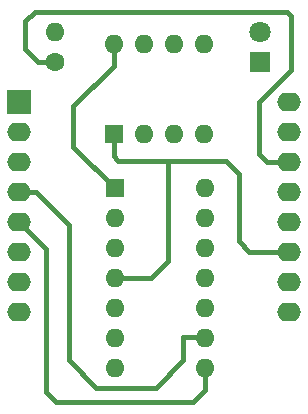
<source format=gbr>
G04 #@! TF.GenerationSoftware,KiCad,Pcbnew,(5.1.9)-1*
G04 #@! TF.CreationDate,2024-02-11T16:19:47+01:00*
G04 #@! TF.ProjectId,wemos_as_isp_0,77656d6f-735f-4617-935f-6973705f302e,rev?*
G04 #@! TF.SameCoordinates,Original*
G04 #@! TF.FileFunction,Copper,L2,Bot*
G04 #@! TF.FilePolarity,Positive*
%FSLAX46Y46*%
G04 Gerber Fmt 4.6, Leading zero omitted, Abs format (unit mm)*
G04 Created by KiCad (PCBNEW (5.1.9)-1) date 2024-02-11 16:19:47*
%MOMM*%
%LPD*%
G01*
G04 APERTURE LIST*
G04 #@! TA.AperFunction,ComponentPad*
%ADD10O,1.600000X1.600000*%
G04 #@! TD*
G04 #@! TA.AperFunction,ComponentPad*
%ADD11R,1.600000X1.600000*%
G04 #@! TD*
G04 #@! TA.AperFunction,ComponentPad*
%ADD12C,1.600000*%
G04 #@! TD*
G04 #@! TA.AperFunction,ComponentPad*
%ADD13C,1.800000*%
G04 #@! TD*
G04 #@! TA.AperFunction,ComponentPad*
%ADD14R,1.800000X1.800000*%
G04 #@! TD*
G04 #@! TA.AperFunction,ComponentPad*
%ADD15O,2.000000X1.600000*%
G04 #@! TD*
G04 #@! TA.AperFunction,ComponentPad*
%ADD16R,2.000000X2.000000*%
G04 #@! TD*
G04 #@! TA.AperFunction,Conductor*
%ADD17C,0.406400*%
G04 #@! TD*
G04 APERTURE END LIST*
D10*
X141100000Y-68980000D03*
X148720000Y-76600000D03*
X143640000Y-68980000D03*
X146180000Y-76600000D03*
X146180000Y-68980000D03*
X143640000Y-76600000D03*
X148720000Y-68980000D03*
D11*
X141100000Y-76600000D03*
D10*
X148820000Y-81200000D03*
X141200000Y-96440000D03*
X148820000Y-83740000D03*
X141200000Y-93900000D03*
X148820000Y-86280000D03*
X141200000Y-91360000D03*
X148820000Y-88820000D03*
X141200000Y-88820000D03*
X148820000Y-91360000D03*
X141200000Y-86280000D03*
X148820000Y-93900000D03*
X141200000Y-83740000D03*
X148820000Y-96440000D03*
D11*
X141200000Y-81200000D03*
D10*
X136100000Y-67960000D03*
D12*
X136100000Y-70500000D03*
D13*
X153500000Y-67960000D03*
D14*
X153500000Y-70500000D03*
D15*
X155960000Y-73900000D03*
X155960000Y-76440000D03*
X155960000Y-78980000D03*
X155960000Y-81520000D03*
X155960000Y-84060000D03*
X155960000Y-86600000D03*
X155960000Y-89140000D03*
X155960000Y-91680000D03*
X133100000Y-91680000D03*
X133100000Y-89140000D03*
X133100000Y-86600000D03*
X133100000Y-84060000D03*
X133100000Y-81520000D03*
X133100000Y-78980000D03*
D16*
X133100000Y-73900000D03*
D15*
X133100000Y-76440000D03*
D17*
X153000000Y-67460000D02*
X153500000Y-67960000D01*
X136100000Y-70500000D02*
X134700000Y-70500000D01*
X134700000Y-70500000D02*
X133600000Y-69400000D01*
X133600000Y-67100000D02*
X134400000Y-66300000D01*
X133600000Y-69400000D02*
X133600000Y-67100000D01*
X134400000Y-66300000D02*
X155800000Y-66300000D01*
X155800000Y-66300000D02*
X156100000Y-66600000D01*
X156100000Y-66600000D02*
X156100000Y-71200000D01*
X156100000Y-71200000D02*
X153400000Y-73900000D01*
X153400000Y-73900000D02*
X153400000Y-78300000D01*
X154080000Y-78980000D02*
X155960000Y-78980000D01*
X153400000Y-78300000D02*
X154080000Y-78980000D01*
X155960000Y-86600000D02*
X152600000Y-86600000D01*
X152600000Y-86600000D02*
X151700000Y-85700000D01*
X151700000Y-85700000D02*
X151700000Y-80000000D01*
X151700000Y-80000000D02*
X150600000Y-78900000D01*
X141100000Y-78500000D02*
X141100000Y-76600000D01*
X141500000Y-78900000D02*
X141100000Y-78500000D01*
X145700000Y-78900000D02*
X145700000Y-87400000D01*
X150600000Y-78900000D02*
X145700000Y-78900000D01*
X145700000Y-78900000D02*
X141500000Y-78900000D01*
X144280000Y-88820000D02*
X141200000Y-88820000D01*
X145700000Y-87400000D02*
X144280000Y-88820000D01*
X141100000Y-68980000D02*
X141100000Y-70900000D01*
X141100000Y-70900000D02*
X137700000Y-74300000D01*
X137700000Y-77700000D02*
X141200000Y-81200000D01*
X137700000Y-74300000D02*
X137700000Y-77700000D01*
X148820000Y-98280000D02*
X148820000Y-96440000D01*
X147800000Y-99300000D02*
X148820000Y-98280000D01*
X136200000Y-99300000D02*
X147800000Y-99300000D01*
X135400000Y-98500000D02*
X136200000Y-99300000D01*
X135400000Y-86360000D02*
X135400000Y-98500000D01*
X133100000Y-84060000D02*
X135400000Y-86360000D01*
X133100000Y-81520000D02*
X134520000Y-81520000D01*
X134520000Y-81520000D02*
X137300000Y-84300000D01*
X137300000Y-84300000D02*
X137300000Y-95800000D01*
X137300000Y-95800000D02*
X139600000Y-98100000D01*
X139600000Y-98100000D02*
X144700000Y-98100000D01*
X144700000Y-98100000D02*
X147000000Y-95800000D01*
X147000000Y-95800000D02*
X147000000Y-93800000D01*
X148720000Y-93800000D02*
X148820000Y-93900000D01*
X147000000Y-93800000D02*
X148720000Y-93800000D01*
M02*

</source>
